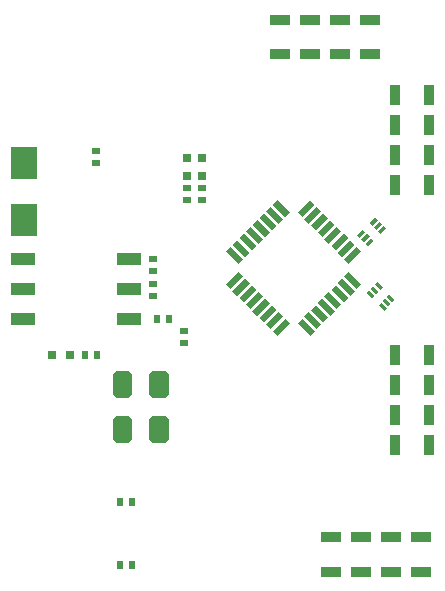
<source format=gbr>
G04 EAGLE Gerber RS-274X export*
G75*
%MOMM*%
%FSLAX34Y34*%
%LPD*%
%INSolderpaste Top*%
%IPPOS*%
%AMOC8*
5,1,8,0,0,1.08239X$1,22.5*%
G01*
%ADD10R,0.600000X0.700000*%
%ADD11R,0.700000X0.600000*%
%ADD12R,1.778000X0.914400*%
%ADD13R,0.914400X1.778000*%
%ADD14R,1.500000X0.550000*%
%ADD15R,0.550000X1.500000*%
%ADD16R,0.660000X0.310000*%
%ADD17R,0.800000X0.800000*%
%ADD18R,2.006600X1.092200*%
%ADD19R,2.200000X2.800000*%
%ADD20C,0.820000*%


D10*
X92630Y-1270D03*
X82630Y-1270D03*
X82630Y52070D03*
X92630Y52070D03*
D11*
X137160Y196770D03*
X137160Y186770D03*
D10*
X114380Y207010D03*
X124380Y207010D03*
D11*
X62230Y349170D03*
X62230Y339170D03*
D12*
X261620Y-6985D03*
X287020Y-6985D03*
X312420Y-6985D03*
X337820Y-6985D03*
X261620Y22225D03*
X287020Y22225D03*
X312420Y22225D03*
X337820Y22225D03*
X294640Y460375D03*
X269240Y460375D03*
X243840Y460375D03*
X218440Y460375D03*
X294640Y431165D03*
X269240Y431165D03*
X243840Y431165D03*
X218440Y431165D03*
D13*
X344805Y320040D03*
X344805Y345440D03*
X344805Y370840D03*
X344805Y396240D03*
X315595Y320040D03*
X315595Y345440D03*
X315595Y370840D03*
X315595Y396240D03*
X344805Y100330D03*
X344805Y125730D03*
X344805Y151130D03*
X344805Y176530D03*
X315595Y100330D03*
X315595Y125730D03*
X315595Y151130D03*
X315595Y176530D03*
D14*
G36*
X237119Y207232D02*
X247724Y196627D01*
X243835Y192738D01*
X233230Y203343D01*
X237119Y207232D01*
G37*
G36*
X242775Y212889D02*
X253380Y202284D01*
X249491Y198395D01*
X238886Y209000D01*
X242775Y212889D01*
G37*
G36*
X248432Y218546D02*
X259037Y207941D01*
X255148Y204052D01*
X244543Y214657D01*
X248432Y218546D01*
G37*
G36*
X254089Y224203D02*
X264694Y213598D01*
X260805Y209709D01*
X250200Y220314D01*
X254089Y224203D01*
G37*
G36*
X259746Y229860D02*
X270351Y219255D01*
X266462Y215366D01*
X255857Y225971D01*
X259746Y229860D01*
G37*
G36*
X265403Y235517D02*
X276008Y224912D01*
X272119Y221023D01*
X261514Y231628D01*
X265403Y235517D01*
G37*
G36*
X271060Y241174D02*
X281665Y230569D01*
X277776Y226680D01*
X267171Y237285D01*
X271060Y241174D01*
G37*
G36*
X276717Y246830D02*
X287322Y236225D01*
X283433Y232336D01*
X272828Y242941D01*
X276717Y246830D01*
G37*
D15*
G36*
X283433Y268044D02*
X287322Y264155D01*
X276717Y253550D01*
X272828Y257439D01*
X283433Y268044D01*
G37*
G36*
X277776Y273700D02*
X281665Y269811D01*
X271060Y259206D01*
X267171Y263095D01*
X277776Y273700D01*
G37*
G36*
X272119Y279357D02*
X276008Y275468D01*
X265403Y264863D01*
X261514Y268752D01*
X272119Y279357D01*
G37*
G36*
X266462Y285014D02*
X270351Y281125D01*
X259746Y270520D01*
X255857Y274409D01*
X266462Y285014D01*
G37*
G36*
X260805Y290671D02*
X264694Y286782D01*
X254089Y276177D01*
X250200Y280066D01*
X260805Y290671D01*
G37*
G36*
X255148Y296328D02*
X259037Y292439D01*
X248432Y281834D01*
X244543Y285723D01*
X255148Y296328D01*
G37*
G36*
X249491Y301985D02*
X253380Y298096D01*
X242775Y287491D01*
X238886Y291380D01*
X249491Y301985D01*
G37*
G36*
X243835Y307642D02*
X247724Y303753D01*
X237119Y293148D01*
X233230Y297037D01*
X243835Y307642D01*
G37*
D14*
G36*
X215905Y307642D02*
X226510Y297037D01*
X222621Y293148D01*
X212016Y303753D01*
X215905Y307642D01*
G37*
G36*
X210249Y301985D02*
X220854Y291380D01*
X216965Y287491D01*
X206360Y298096D01*
X210249Y301985D01*
G37*
G36*
X204592Y296328D02*
X215197Y285723D01*
X211308Y281834D01*
X200703Y292439D01*
X204592Y296328D01*
G37*
G36*
X198935Y290671D02*
X209540Y280066D01*
X205651Y276177D01*
X195046Y286782D01*
X198935Y290671D01*
G37*
G36*
X193278Y285014D02*
X203883Y274409D01*
X199994Y270520D01*
X189389Y281125D01*
X193278Y285014D01*
G37*
G36*
X187621Y279357D02*
X198226Y268752D01*
X194337Y264863D01*
X183732Y275468D01*
X187621Y279357D01*
G37*
G36*
X181964Y273700D02*
X192569Y263095D01*
X188680Y259206D01*
X178075Y269811D01*
X181964Y273700D01*
G37*
G36*
X176307Y268044D02*
X186912Y257439D01*
X183023Y253550D01*
X172418Y264155D01*
X176307Y268044D01*
G37*
D15*
G36*
X183023Y246830D02*
X186912Y242941D01*
X176307Y232336D01*
X172418Y236225D01*
X183023Y246830D01*
G37*
G36*
X188680Y241174D02*
X192569Y237285D01*
X181964Y226680D01*
X178075Y230569D01*
X188680Y241174D01*
G37*
G36*
X194337Y235517D02*
X198226Y231628D01*
X187621Y221023D01*
X183732Y224912D01*
X194337Y235517D01*
G37*
G36*
X199994Y229860D02*
X203883Y225971D01*
X193278Y215366D01*
X189389Y219255D01*
X199994Y229860D01*
G37*
G36*
X205651Y224203D02*
X209540Y220314D01*
X198935Y209709D01*
X195046Y213598D01*
X205651Y224203D01*
G37*
G36*
X211308Y218546D02*
X215197Y214657D01*
X204592Y204052D01*
X200703Y207941D01*
X211308Y218546D01*
G37*
G36*
X216965Y212889D02*
X220854Y209000D01*
X210249Y198395D01*
X206360Y202284D01*
X216965Y212889D01*
G37*
G36*
X222621Y207232D02*
X226510Y203343D01*
X215905Y192738D01*
X212016Y196627D01*
X222621Y207232D01*
G37*
D16*
G36*
X290606Y280245D02*
X285940Y275579D01*
X283748Y277771D01*
X288414Y282437D01*
X290606Y280245D01*
G37*
G36*
X294142Y276710D02*
X289476Y272044D01*
X287284Y274236D01*
X291950Y278902D01*
X294142Y276710D01*
G37*
G36*
X297677Y273174D02*
X293011Y268508D01*
X290819Y270700D01*
X295485Y275366D01*
X297677Y273174D01*
G37*
G36*
X308072Y283569D02*
X303406Y278903D01*
X301214Y281095D01*
X305880Y285761D01*
X308072Y283569D01*
G37*
G36*
X304536Y287104D02*
X299870Y282438D01*
X297678Y284630D01*
X302344Y289296D01*
X304536Y287104D01*
G37*
G36*
X301001Y290640D02*
X296335Y285974D01*
X294143Y288166D01*
X298809Y292832D01*
X301001Y290640D01*
G37*
G36*
X303105Y231364D02*
X298439Y236030D01*
X300631Y238222D01*
X305297Y233556D01*
X303105Y231364D01*
G37*
G36*
X299570Y227828D02*
X294904Y232494D01*
X297096Y234686D01*
X301762Y230020D01*
X299570Y227828D01*
G37*
G36*
X296034Y224293D02*
X291368Y228959D01*
X293560Y231151D01*
X298226Y226485D01*
X296034Y224293D01*
G37*
G36*
X306429Y213898D02*
X301763Y218564D01*
X303955Y220756D01*
X308621Y216090D01*
X306429Y213898D01*
G37*
G36*
X309964Y217434D02*
X305298Y222100D01*
X307490Y224292D01*
X312156Y219626D01*
X309964Y217434D01*
G37*
G36*
X313500Y220969D02*
X308834Y225635D01*
X311026Y227827D01*
X315692Y223161D01*
X313500Y220969D01*
G37*
D17*
X25520Y176530D03*
X40520Y176530D03*
D10*
X53420Y176530D03*
X63420Y176530D03*
D11*
X110490Y247730D03*
X110490Y257730D03*
X110490Y236140D03*
X110490Y226140D03*
X139700Y317420D03*
X139700Y307420D03*
D17*
X139700Y342780D03*
X139700Y327780D03*
D11*
X152400Y317420D03*
X152400Y307420D03*
D17*
X152400Y342780D03*
X152400Y327780D03*
D18*
X90678Y207010D03*
X762Y207010D03*
X90678Y232410D03*
X762Y232410D03*
X762Y257810D03*
X90678Y257810D03*
D19*
X1270Y290960D03*
X1270Y338960D03*
D20*
X80830Y144080D02*
X89030Y144080D01*
X80830Y144080D02*
X80830Y158180D01*
X89030Y158180D01*
X89030Y144080D01*
X89030Y151870D02*
X80830Y151870D01*
X111630Y144080D02*
X119830Y144080D01*
X111630Y144080D02*
X111630Y158180D01*
X119830Y158180D01*
X119830Y144080D01*
X119830Y151870D02*
X111630Y151870D01*
X111630Y120080D02*
X119830Y120080D01*
X119830Y105980D01*
X111630Y105980D01*
X111630Y120080D01*
X111630Y113770D02*
X119830Y113770D01*
X89030Y120080D02*
X80830Y120080D01*
X89030Y120080D02*
X89030Y105980D01*
X80830Y105980D01*
X80830Y120080D01*
X80830Y113770D02*
X89030Y113770D01*
M02*

</source>
